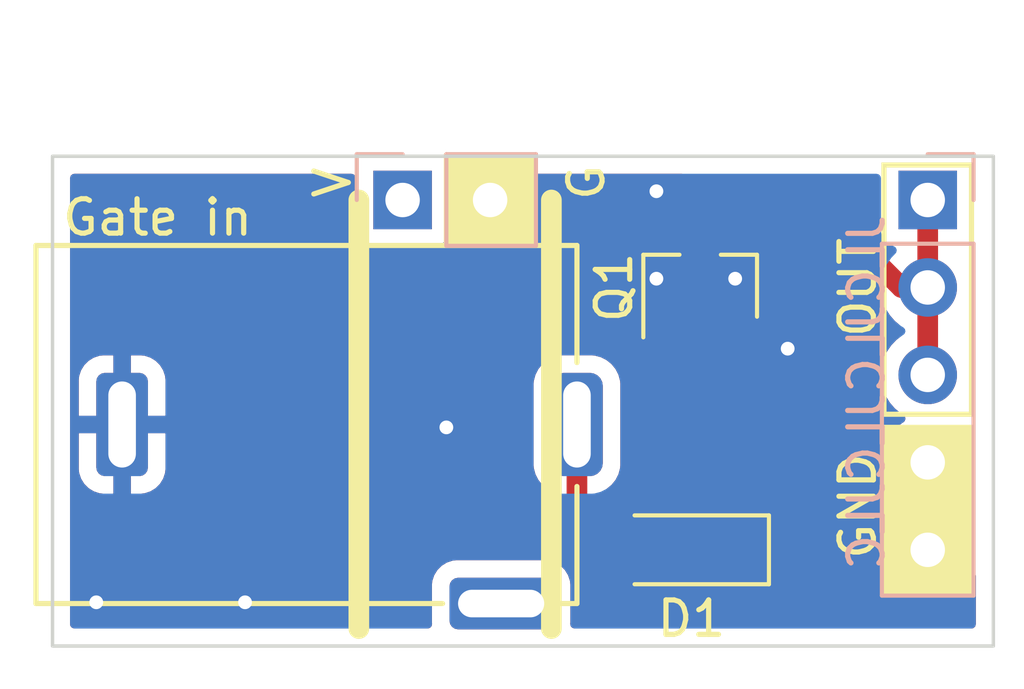
<source format=kicad_pcb>
(kicad_pcb (version 20221018) (generator pcbnew)
  (layers (0 "F.Cu" signal) (31 "B.Cu" signal) (34 "B.Paste" user) (35 "F.Paste" user) (36 "B.SilkS" user "B.Silkscreen") (37 "F.SilkS" user "F.Silkscreen") (38 "B.Mask" user) (39 "F.Mask" user) (44 "Edge.Cuts" user))
  (net 0 "")
  (net 1 "Net-(D1-Pad1)")
  (net 2 "Net-(D1-Pad2)")
  (net 4 "GND")
  (net 6 "/out")
  (footprint "Package_TO_SOT_SMD:SC-59_Handsoldering" (layer "F.Cu") (at 153.416 86.36 90)
    (fp_text reference "Q1" (at 0 -2.5 90) (layer "F.SilkS"))
    (fp_text value "DTC114E")
    (fp_line (start -1.45 -1.65) (end 0.95 -1.65) (stroke (width 0.12)) (layer "F.SilkS"))
    (fp_line (start -0.85 1.65) (end 0.95 1.65) (stroke (width 0.12)) (layer "F.SilkS"))
    (fp_line (start 0.95 -1.65) (end 0.95 -0.6) (stroke (width 0.12)) (layer "F.SilkS"))
    (fp_line (start 0.95 1.65) (end 0.95 0.6) (stroke (width 0.12)) (layer "F.SilkS"))
    (pad "1" smd rect (at -1.65 -0.95 90) (size 1.8 0.8) (layers "F.Cu" "F.Paste" "F.Mask") (net 1 "Net-(D1-Pad1)"))
    (pad "2" smd rect (at -1.65 0.95 90) (size 1.8 0.8) (layers "F.Cu" "F.Paste" "F.Mask") (net 4 "GND"))
    (pad "3" smd rect (at 1.65 0 90) (size 1.8 0.8) (layers "F.Cu" "F.Paste" "F.Mask") (net 6 "/out"))
  )
  (footprint "Akiyuki_Footprint:PJ302M" (layer "F.Cu") (at 134.14 90.3405)
    (fp_text reference "J2" hide)
    (fp_text value "PJ302M" hide)
    (fp_line (start 0 -5.2) (end 0 5.2) (stroke (width 0.15)) (layer "F.SilkS"))
    (fp_line (start 0 5.2) (end 11.8 5.2) (stroke (width 0.15)) (layer "F.SilkS"))
    (fp_line (start 15.2 5.2) (end 15.7 5.2) (stroke (width 0.15)) (layer "F.SilkS"))
    (fp_line (start 15.7 -5.2) (end 0 -5.2) (stroke (width 0.15)) (layer "F.SilkS"))
    (fp_line (start 15.7 -1.8) (end 15.7 -5.2) (stroke (width 0.15)) (layer "F.SilkS"))
    (fp_line (start 15.7 5.2) (end 15.7 1.8) (stroke (width 0.15)) (layer "F.SilkS"))
    (pad "1" thru_hole roundrect (at 2.5 0) (size 1.5 3) (drill oval 0.8 2.5) (layers "*.Cu" "*.Mask") (roundrect_rratio 0.167) (net 4 "GND"))
    (pad "2" thru_hole roundrect (at 13.5 5.2 90) (size 1.5 3) (drill oval 0.8 2.5) (layers "*.Cu" "*.Mask") (roundrect_rratio 0.167))
    (pad "3" thru_hole roundrect (at 15.7 0) (size 1.5 3) (drill oval 0.8 2.5) (layers "*.Cu" "*.Mask") (net 2 "Net-(D1-Pad2)"))
  )
  (footprint "Diode_SMD:D_SOD-123" (layer "F.Cu") (at 153.162 93.98 180)
    (fp_text reference "D1" (at 0 -2) (layer "F.SilkS"))
    (fp_text value "1N4148W")
    (fp_line (start -2.25 -1) (end -2.25 1) (stroke (width 0.12)) (layer "F.SilkS"))
    (fp_line (start -2.25 -1) (end 1.65 -1) (stroke (width 0.12)) (layer "F.SilkS"))
    (fp_line (start -2.25 1) (end 1.65 1) (stroke (width 0.12)) (layer "F.SilkS"))
    (pad "1" smd rect (at -1.65 0 180) (size 0.9 1.2) (layers "F.Cu" "F.Paste" "F.Mask") (net 1 "Net-(D1-Pad1)"))
    (pad "2" smd rect (at 1.65 0 180) (size 0.9 1.2) (layers "F.Cu" "F.Paste" "F.Mask") (net 2 "Net-(D1-Pad2)"))
  )
  (footprint "Connector_PinHeader_2.54mm:PinHeader_1x05_P2.54mm_Vertical" (layer "B.Cu") (at 160.02 83.82 180)
    (fp_text reference "J3" hide)
    (fp_text value "Conn_01x05" hide)
    (fp_line (start -1.33 -11.49) (end 1.33 -11.49) (stroke (width 0.12)) (layer "B.SilkS"))
    (fp_line (start -1.33 -1.27) (end -1.33 -11.49) (stroke (width 0.12)) (layer "B.SilkS"))
    (fp_line (start -1.33 -1.27) (end 1.33 -1.27) (stroke (width 0.12)) (layer "B.SilkS"))
    (fp_line (start -1.33 0) (end -1.33 1.33) (stroke (width 0.12)) (layer "B.SilkS"))
    (fp_line (start -1.33 1.33) (end 0 1.33) (stroke (width 0.12)) (layer "B.SilkS"))
    (fp_line (start 1.33 -1.27) (end 1.33 -11.49) (stroke (width 0.12)) (layer "B.SilkS"))
    (pad "1" thru_hole rect (at 0 0 180) (size 1.7 1.7) (drill 1) (layers "*.Cu" "*.Mask") (net 6 "/out"))
    (pad "2" thru_hole oval (at 0 -2.54 180) (size 1.7 1.7) (drill 1) (layers "*.Cu" "*.Mask") (net 6 "/out"))
    (pad "3" thru_hole oval (at 0 -5.08 180) (size 1.7 1.7) (drill 1) (layers "*.Cu" "*.Mask") (net 6 "/out"))
    (pad "4" thru_hole oval (at 0 -7.62 180) (size 1.7 1.7) (drill 1) (layers "*.Cu" "*.Mask") (net 4 "GND"))
    (pad "5" thru_hole oval (at 0 -10.16 180) (size 1.7 1.7) (drill 1) (layers "*.Cu" "*.Mask") (net 4 "GND"))
  )
  (footprint "Connector_PinHeader_2.54mm:PinHeader_1x02_P2.54mm_Vertical" (layer "B.Cu") (at 144.78 83.82 -90)
    (fp_text reference "J1" hide)
    (fp_text value "Conn_01x02" hide)
    (fp_line (start -1.33 -3.87) (end 1.33 -3.87) (stroke (width 0.12)) (layer "B.SilkS"))
    (fp_line (start -1.33 -1.27) (end -1.33 -3.87) (stroke (width 0.12)) (layer "B.SilkS"))
    (fp_line (start -1.33 -1.27) (end 1.33 -1.27) (stroke (width 0.12)) (layer "B.SilkS"))
    (fp_line (start -1.33 0) (end -1.33 1.33) (stroke (width 0.12)) (layer "B.SilkS"))
    (fp_line (start -1.33 1.33) (end 0 1.33) (stroke (width 0.12)) (layer "B.SilkS"))
    (fp_line (start 1.33 -1.27) (end 1.33 -3.87) (stroke (width 0.12)) (layer "B.SilkS"))
    (pad "1" thru_hole rect (at 0 0 270) (size 1.7 1.7) (drill 1) (layers "*.Cu" "*.Mask"))
    (pad "2" thru_hole oval (at 0 -2.54 270) (size 1.7 1.7) (drill 1) (layers "*.Cu" "*.Mask") (net 4 "GND"))
  )
  (gr_rect (start 158.75 90.424) (end 161.29 95.25) (stroke (width 0.15)) (fill solid) (layer "F.SilkS"))
  (gr_rect (start 146.05 82.55) (end 148.59 85.09) (stroke (width 0.15)) (fill solid) (layer "F.SilkS"))
  (gr_line (start 149.098 83.82) (end 149.098 96.266) (stroke (width 0.6)) (layer "F.SilkS"))
  (gr_rect (start 158.75 82.804) (end 161.29 90.043) (stroke (width 0.15)) (fill none) (layer "F.SilkS"))
  (gr_line (start 143.51 83.82) (end 143.51 96.266) (stroke (width 0.6)) (layer "F.SilkS"))
  (gr_rect (start 134.62 82.55) (end 161.925 96.774) (stroke (width 0.1)) (fill none) (layer "Edge.Cuts"))
  (gr_text "JLCJLCJLCJLC\n" (at 158.242 89.408 90) (layer "B.SilkS") (effects (font (size 1 1)) (justify mirror)))
  (gr_text "OUT" (at 157.988 86.36 90) (layer "F.SilkS") (effects (font (size 1 1))))
  (gr_text "Gate in" (at 137.668 84.328) (layer "F.SilkS") (effects (font (size 1 1))))
  (gr_text "GND" (at 157.988 92.71 90) (layer "F.SilkS") (effects (font (size 1 1))))
  (gr_text "V" (at 142.748 83.312 90) (layer "F.SilkS") (effects (font (size 1 1))))
  (gr_text "G" (at 150.114 83.312 90) (layer "F.SilkS") (effects (font (size 1 1))))
  (segment (start 152.466 88.01) (end 152.466 89.22) (width 0.6) (layer "F.Cu") (net 1))
  (segment (start 152.466 89.22) (end 154.812 91.566) (width 0.6) (layer "F.Cu") (net 1))
  (segment (start 154.812 91.566) (end 154.812 93.98) (width 0.6) (layer "F.Cu") (net 1))
  (segment (start 151.512 93.98) (end 150.622 93.98) (width 0.6) (layer "F.Cu") (net 2))
  (segment (start 149.84 93.198) (end 149.84 90.3405) (width 0.6) (layer "F.Cu") (net 2))
  (segment (start 150.622 93.98) (end 149.84 93.198) (width 0.6) (layer "F.Cu") (net 2))
  (via (at 135.89 95.504) (size 0.8) (drill 0.4) (layers "F.Cu" "B.Cu") (net 4))
  (via (at 146.05 90.424) (size 0.8) (drill 0.4) (layers "F.Cu" "B.Cu") (net 4))
  (via (at 152.146 83.566) (size 0.8) (drill 0.4) (layers "F.Cu" "B.Cu") (net 4))
  (via (at 154.432 86.106) (size 0.8) (drill 0.4) (layers "F.Cu" "B.Cu") (net 4))
  (via (at 152.146 86.106) (size 0.8) (drill 0.4) (layers "F.Cu" "B.Cu") (net 4))
  (via (at 155.956 88.138) (size 0.8) (drill 0.4) (layers "F.Cu" "B.Cu") (net 4))
  (via (at 140.208 95.504) (size 0.8) (drill 0.4) (layers "F.Cu" "B.Cu") (net 4))
  (segment (start 160.02 88.9) (end 160.02 86.36) (width 0.6) (layer "F.Cu") (net 6))
  (segment (start 160.02 86.36) (end 160.02 83.82) (width 0.6) (layer "F.Cu") (net 6))
  (segment (start 157.608 84.71) (end 159.258 86.36) (width 0.6) (layer "F.Cu") (net 6))
  (segment (start 159.258 86.36) (end 160.02 86.36) (width 0.6) (layer "F.Cu") (net 6))
  (segment (start 153.416 84.71) (end 157.608 84.71) (width 0.6) (layer "F.Cu") (net 6))
  (zone (net 4) (net_name "GND") (layers "F&B.Cu") (connect_pads (clearance 0.508)) (min_thickness 0.254) (fill yes (thermal_gap 0.508) (thermal_bridge_width 0.508))
    (polygon (pts (xy 162.814 98.044) (xy 133.096 98.044) (xy 133.096 81.788) (xy 162.814 81.788)))
  )
)
</source>
